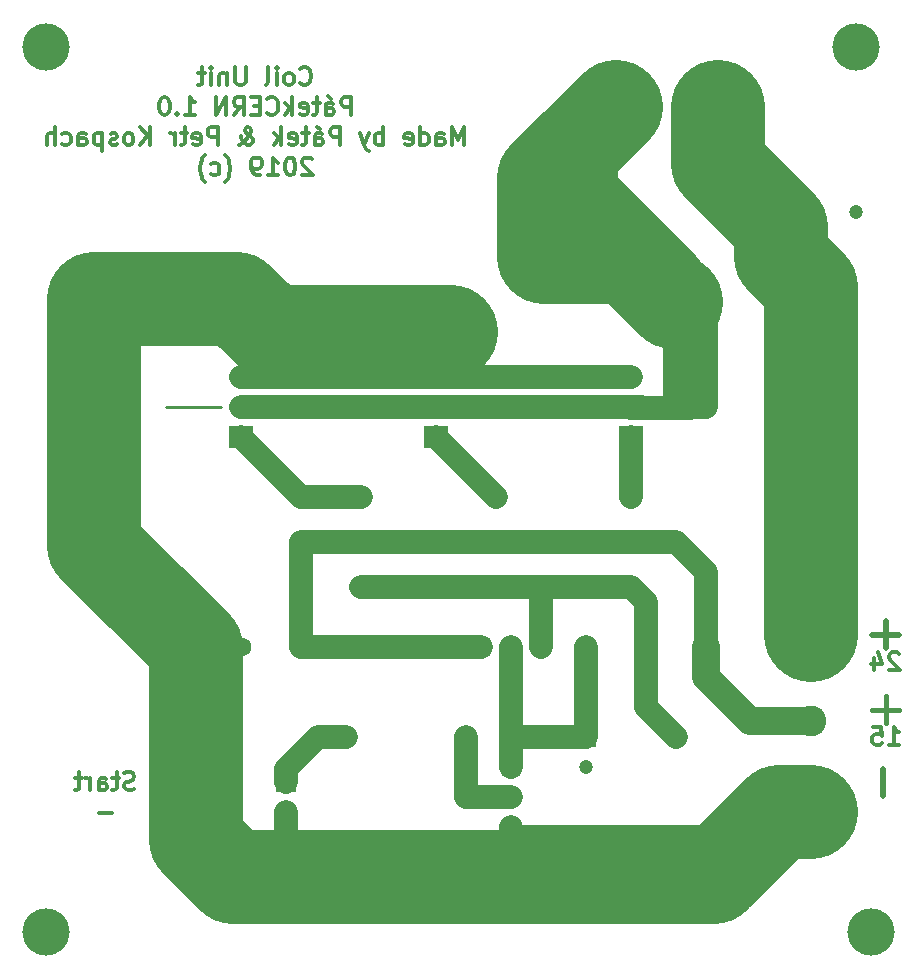
<source format=gbr>
G04 #@! TF.GenerationSoftware,KiCad,Pcbnew,(5.0.2)-1*
G04 #@! TF.CreationDate,2019-07-24T01:21:19+02:00*
G04 #@! TF.ProjectId,Cern2,4365726e-322e-46b6-9963-61645f706362,rev?*
G04 #@! TF.SameCoordinates,Original*
G04 #@! TF.FileFunction,Copper,L2,Bot*
G04 #@! TF.FilePolarity,Positive*
%FSLAX46Y46*%
G04 Gerber Fmt 4.6, Leading zero omitted, Abs format (unit mm)*
G04 Created by KiCad (PCBNEW (5.0.2)-1) date 24/07/2019 01:21:19*
%MOMM*%
%LPD*%
G01*
G04 APERTURE LIST*
G04 #@! TA.AperFunction,NonConductor*
%ADD10C,0.300000*%
G04 #@! TD*
G04 #@! TA.AperFunction,NonConductor*
%ADD11C,0.400000*%
G04 #@! TD*
G04 #@! TA.AperFunction,NonConductor*
%ADD12C,0.500000*%
G04 #@! TD*
G04 #@! TA.AperFunction,ComponentPad*
%ADD13R,1.500000X1.500000*%
G04 #@! TD*
G04 #@! TA.AperFunction,ComponentPad*
%ADD14C,1.500000*%
G04 #@! TD*
G04 #@! TA.AperFunction,ComponentPad*
%ADD15O,1.700000X1.700000*%
G04 #@! TD*
G04 #@! TA.AperFunction,ComponentPad*
%ADD16R,1.700000X1.700000*%
G04 #@! TD*
G04 #@! TA.AperFunction,ComponentPad*
%ADD17O,1.600000X1.600000*%
G04 #@! TD*
G04 #@! TA.AperFunction,ComponentPad*
%ADD18C,1.600000*%
G04 #@! TD*
G04 #@! TA.AperFunction,ComponentPad*
%ADD19O,2.000000X1.905000*%
G04 #@! TD*
G04 #@! TA.AperFunction,ComponentPad*
%ADD20R,2.000000X1.905000*%
G04 #@! TD*
G04 #@! TA.AperFunction,ComponentPad*
%ADD21C,2.600000*%
G04 #@! TD*
G04 #@! TA.AperFunction,ComponentPad*
%ADD22R,2.600000X2.600000*%
G04 #@! TD*
G04 #@! TA.AperFunction,ComponentPad*
%ADD23O,3.200000X3.200000*%
G04 #@! TD*
G04 #@! TA.AperFunction,ComponentPad*
%ADD24R,3.200000X3.200000*%
G04 #@! TD*
G04 #@! TA.AperFunction,ComponentPad*
%ADD25O,1.800000X1.800000*%
G04 #@! TD*
G04 #@! TA.AperFunction,ComponentPad*
%ADD26R,1.800000X1.800000*%
G04 #@! TD*
G04 #@! TA.AperFunction,ViaPad*
%ADD27C,4.000000*%
G04 #@! TD*
G04 #@! TA.AperFunction,ViaPad*
%ADD28C,1.200000*%
G04 #@! TD*
G04 #@! TA.AperFunction,ViaPad*
%ADD29C,0.800000*%
G04 #@! TD*
G04 #@! TA.AperFunction,Conductor*
%ADD30C,0.250000*%
G04 #@! TD*
G04 #@! TA.AperFunction,Conductor*
%ADD31C,8.000000*%
G04 #@! TD*
G04 #@! TA.AperFunction,Conductor*
%ADD32C,2.000000*%
G04 #@! TD*
G04 #@! TA.AperFunction,Conductor*
%ADD33C,2.400000*%
G04 #@! TD*
G04 APERTURE END LIST*
D10*
X60848571Y-84427142D02*
X60634285Y-84498571D01*
X60277142Y-84498571D01*
X60134285Y-84427142D01*
X60062857Y-84355714D01*
X59991428Y-84212857D01*
X59991428Y-84070000D01*
X60062857Y-83927142D01*
X60134285Y-83855714D01*
X60277142Y-83784285D01*
X60562857Y-83712857D01*
X60705714Y-83641428D01*
X60777142Y-83570000D01*
X60848571Y-83427142D01*
X60848571Y-83284285D01*
X60777142Y-83141428D01*
X60705714Y-83070000D01*
X60562857Y-82998571D01*
X60205714Y-82998571D01*
X59991428Y-83070000D01*
X59562857Y-83498571D02*
X58991428Y-83498571D01*
X59348571Y-82998571D02*
X59348571Y-84284285D01*
X59277142Y-84427142D01*
X59134285Y-84498571D01*
X58991428Y-84498571D01*
X57848571Y-84498571D02*
X57848571Y-83712857D01*
X57920000Y-83570000D01*
X58062857Y-83498571D01*
X58348571Y-83498571D01*
X58491428Y-83570000D01*
X57848571Y-84427142D02*
X57991428Y-84498571D01*
X58348571Y-84498571D01*
X58491428Y-84427142D01*
X58562857Y-84284285D01*
X58562857Y-84141428D01*
X58491428Y-83998571D01*
X58348571Y-83927142D01*
X57991428Y-83927142D01*
X57848571Y-83855714D01*
X57134285Y-84498571D02*
X57134285Y-83498571D01*
X57134285Y-83784285D02*
X57062857Y-83641428D01*
X56991428Y-83570000D01*
X56848571Y-83498571D01*
X56705714Y-83498571D01*
X56420000Y-83498571D02*
X55848571Y-83498571D01*
X56205714Y-82998571D02*
X56205714Y-84284285D01*
X56134285Y-84427142D01*
X55991428Y-84498571D01*
X55848571Y-84498571D01*
X58991428Y-86467142D02*
X57848571Y-86467142D01*
X124745714Y-80688571D02*
X125602857Y-80688571D01*
X125174285Y-80688571D02*
X125174285Y-79188571D01*
X125317142Y-79402857D01*
X125460000Y-79545714D01*
X125602857Y-79617142D01*
X123388571Y-79188571D02*
X124102857Y-79188571D01*
X124174285Y-79902857D01*
X124102857Y-79831428D01*
X123960000Y-79760000D01*
X123602857Y-79760000D01*
X123460000Y-79831428D01*
X123388571Y-79902857D01*
X123317142Y-80045714D01*
X123317142Y-80402857D01*
X123388571Y-80545714D01*
X123460000Y-80617142D01*
X123602857Y-80688571D01*
X123960000Y-80688571D01*
X124102857Y-80617142D01*
X124174285Y-80545714D01*
D11*
X125602857Y-77684285D02*
X123317142Y-77684285D01*
X124460000Y-78827142D02*
X124460000Y-76541428D01*
D10*
X125602857Y-72981428D02*
X125531428Y-72910000D01*
X125388571Y-72838571D01*
X125031428Y-72838571D01*
X124888571Y-72910000D01*
X124817142Y-72981428D01*
X124745714Y-73124285D01*
X124745714Y-73267142D01*
X124817142Y-73481428D01*
X125674285Y-74338571D01*
X124745714Y-74338571D01*
X123460000Y-73338571D02*
X123460000Y-74338571D01*
X123817142Y-72767142D02*
X124174285Y-73838571D01*
X123245714Y-73838571D01*
D12*
X124245714Y-84962857D02*
X124245714Y-82677142D01*
X125602857Y-71334285D02*
X123317142Y-71334285D01*
X124460000Y-72477142D02*
X124460000Y-70191428D01*
D10*
X74905714Y-24650714D02*
X74977142Y-24722142D01*
X75191428Y-24793571D01*
X75334285Y-24793571D01*
X75548571Y-24722142D01*
X75691428Y-24579285D01*
X75762857Y-24436428D01*
X75834285Y-24150714D01*
X75834285Y-23936428D01*
X75762857Y-23650714D01*
X75691428Y-23507857D01*
X75548571Y-23365000D01*
X75334285Y-23293571D01*
X75191428Y-23293571D01*
X74977142Y-23365000D01*
X74905714Y-23436428D01*
X74048571Y-24793571D02*
X74191428Y-24722142D01*
X74262857Y-24650714D01*
X74334285Y-24507857D01*
X74334285Y-24079285D01*
X74262857Y-23936428D01*
X74191428Y-23865000D01*
X74048571Y-23793571D01*
X73834285Y-23793571D01*
X73691428Y-23865000D01*
X73620000Y-23936428D01*
X73548571Y-24079285D01*
X73548571Y-24507857D01*
X73620000Y-24650714D01*
X73691428Y-24722142D01*
X73834285Y-24793571D01*
X74048571Y-24793571D01*
X72905714Y-24793571D02*
X72905714Y-23793571D01*
X72905714Y-23293571D02*
X72977142Y-23365000D01*
X72905714Y-23436428D01*
X72834285Y-23365000D01*
X72905714Y-23293571D01*
X72905714Y-23436428D01*
X71977142Y-24793571D02*
X72120000Y-24722142D01*
X72191428Y-24579285D01*
X72191428Y-23293571D01*
X70262857Y-23293571D02*
X70262857Y-24507857D01*
X70191428Y-24650714D01*
X70120000Y-24722142D01*
X69977142Y-24793571D01*
X69691428Y-24793571D01*
X69548571Y-24722142D01*
X69477142Y-24650714D01*
X69405714Y-24507857D01*
X69405714Y-23293571D01*
X68691428Y-23793571D02*
X68691428Y-24793571D01*
X68691428Y-23936428D02*
X68620000Y-23865000D01*
X68477142Y-23793571D01*
X68262857Y-23793571D01*
X68120000Y-23865000D01*
X68048571Y-24007857D01*
X68048571Y-24793571D01*
X67334285Y-24793571D02*
X67334285Y-23793571D01*
X67334285Y-23293571D02*
X67405714Y-23365000D01*
X67334285Y-23436428D01*
X67262857Y-23365000D01*
X67334285Y-23293571D01*
X67334285Y-23436428D01*
X66834285Y-23793571D02*
X66262857Y-23793571D01*
X66620000Y-23293571D02*
X66620000Y-24579285D01*
X66548571Y-24722142D01*
X66405714Y-24793571D01*
X66262857Y-24793571D01*
X79191428Y-27343571D02*
X79191428Y-25843571D01*
X78620000Y-25843571D01*
X78477142Y-25915000D01*
X78405714Y-25986428D01*
X78334285Y-26129285D01*
X78334285Y-26343571D01*
X78405714Y-26486428D01*
X78477142Y-26557857D01*
X78620000Y-26629285D01*
X79191428Y-26629285D01*
X77048571Y-27343571D02*
X77048571Y-26557857D01*
X77120000Y-26415000D01*
X77262857Y-26343571D01*
X77548571Y-26343571D01*
X77691428Y-26415000D01*
X77048571Y-27272142D02*
X77191428Y-27343571D01*
X77548571Y-27343571D01*
X77691428Y-27272142D01*
X77762857Y-27129285D01*
X77762857Y-26986428D01*
X77691428Y-26843571D01*
X77548571Y-26772142D01*
X77191428Y-26772142D01*
X77048571Y-26700714D01*
X77262857Y-25772142D02*
X77477142Y-25986428D01*
X76548571Y-26343571D02*
X75977142Y-26343571D01*
X76334285Y-25843571D02*
X76334285Y-27129285D01*
X76262857Y-27272142D01*
X76120000Y-27343571D01*
X75977142Y-27343571D01*
X74905714Y-27272142D02*
X75048571Y-27343571D01*
X75334285Y-27343571D01*
X75477142Y-27272142D01*
X75548571Y-27129285D01*
X75548571Y-26557857D01*
X75477142Y-26415000D01*
X75334285Y-26343571D01*
X75048571Y-26343571D01*
X74905714Y-26415000D01*
X74834285Y-26557857D01*
X74834285Y-26700714D01*
X75548571Y-26843571D01*
X74191428Y-27343571D02*
X74191428Y-25843571D01*
X74048571Y-26772142D02*
X73620000Y-27343571D01*
X73620000Y-26343571D02*
X74191428Y-26915000D01*
X72120000Y-27200714D02*
X72191428Y-27272142D01*
X72405714Y-27343571D01*
X72548571Y-27343571D01*
X72762857Y-27272142D01*
X72905714Y-27129285D01*
X72977142Y-26986428D01*
X73048571Y-26700714D01*
X73048571Y-26486428D01*
X72977142Y-26200714D01*
X72905714Y-26057857D01*
X72762857Y-25915000D01*
X72548571Y-25843571D01*
X72405714Y-25843571D01*
X72191428Y-25915000D01*
X72120000Y-25986428D01*
X71477142Y-26557857D02*
X70977142Y-26557857D01*
X70762857Y-27343571D02*
X71477142Y-27343571D01*
X71477142Y-25843571D01*
X70762857Y-25843571D01*
X69262857Y-27343571D02*
X69762857Y-26629285D01*
X70120000Y-27343571D02*
X70120000Y-25843571D01*
X69548571Y-25843571D01*
X69405714Y-25915000D01*
X69334285Y-25986428D01*
X69262857Y-26129285D01*
X69262857Y-26343571D01*
X69334285Y-26486428D01*
X69405714Y-26557857D01*
X69548571Y-26629285D01*
X70120000Y-26629285D01*
X68620000Y-27343571D02*
X68620000Y-25843571D01*
X67762857Y-27343571D01*
X67762857Y-25843571D01*
X65120000Y-27343571D02*
X65977142Y-27343571D01*
X65548571Y-27343571D02*
X65548571Y-25843571D01*
X65691428Y-26057857D01*
X65834285Y-26200714D01*
X65977142Y-26272142D01*
X64477142Y-27200714D02*
X64405714Y-27272142D01*
X64477142Y-27343571D01*
X64548571Y-27272142D01*
X64477142Y-27200714D01*
X64477142Y-27343571D01*
X63477142Y-25843571D02*
X63334285Y-25843571D01*
X63191428Y-25915000D01*
X63120000Y-25986428D01*
X63048571Y-26129285D01*
X62977142Y-26415000D01*
X62977142Y-26772142D01*
X63048571Y-27057857D01*
X63120000Y-27200714D01*
X63191428Y-27272142D01*
X63334285Y-27343571D01*
X63477142Y-27343571D01*
X63620000Y-27272142D01*
X63691428Y-27200714D01*
X63762857Y-27057857D01*
X63834285Y-26772142D01*
X63834285Y-26415000D01*
X63762857Y-26129285D01*
X63691428Y-25986428D01*
X63620000Y-25915000D01*
X63477142Y-25843571D01*
X88762857Y-29893571D02*
X88762857Y-28393571D01*
X88262857Y-29465000D01*
X87762857Y-28393571D01*
X87762857Y-29893571D01*
X86405714Y-29893571D02*
X86405714Y-29107857D01*
X86477142Y-28965000D01*
X86620000Y-28893571D01*
X86905714Y-28893571D01*
X87048571Y-28965000D01*
X86405714Y-29822142D02*
X86548571Y-29893571D01*
X86905714Y-29893571D01*
X87048571Y-29822142D01*
X87120000Y-29679285D01*
X87120000Y-29536428D01*
X87048571Y-29393571D01*
X86905714Y-29322142D01*
X86548571Y-29322142D01*
X86405714Y-29250714D01*
X85048571Y-29893571D02*
X85048571Y-28393571D01*
X85048571Y-29822142D02*
X85191428Y-29893571D01*
X85477142Y-29893571D01*
X85620000Y-29822142D01*
X85691428Y-29750714D01*
X85762857Y-29607857D01*
X85762857Y-29179285D01*
X85691428Y-29036428D01*
X85620000Y-28965000D01*
X85477142Y-28893571D01*
X85191428Y-28893571D01*
X85048571Y-28965000D01*
X83762857Y-29822142D02*
X83905714Y-29893571D01*
X84191428Y-29893571D01*
X84334285Y-29822142D01*
X84405714Y-29679285D01*
X84405714Y-29107857D01*
X84334285Y-28965000D01*
X84191428Y-28893571D01*
X83905714Y-28893571D01*
X83762857Y-28965000D01*
X83691428Y-29107857D01*
X83691428Y-29250714D01*
X84405714Y-29393571D01*
X81905714Y-29893571D02*
X81905714Y-28393571D01*
X81905714Y-28965000D02*
X81762857Y-28893571D01*
X81477142Y-28893571D01*
X81334285Y-28965000D01*
X81262857Y-29036428D01*
X81191428Y-29179285D01*
X81191428Y-29607857D01*
X81262857Y-29750714D01*
X81334285Y-29822142D01*
X81477142Y-29893571D01*
X81762857Y-29893571D01*
X81905714Y-29822142D01*
X80691428Y-28893571D02*
X80334285Y-29893571D01*
X79977142Y-28893571D02*
X80334285Y-29893571D01*
X80477142Y-30250714D01*
X80548571Y-30322142D01*
X80691428Y-30393571D01*
X78262857Y-29893571D02*
X78262857Y-28393571D01*
X77691428Y-28393571D01*
X77548571Y-28465000D01*
X77477142Y-28536428D01*
X77405714Y-28679285D01*
X77405714Y-28893571D01*
X77477142Y-29036428D01*
X77548571Y-29107857D01*
X77691428Y-29179285D01*
X78262857Y-29179285D01*
X76120000Y-29893571D02*
X76120000Y-29107857D01*
X76191428Y-28965000D01*
X76334285Y-28893571D01*
X76620000Y-28893571D01*
X76762857Y-28965000D01*
X76120000Y-29822142D02*
X76262857Y-29893571D01*
X76620000Y-29893571D01*
X76762857Y-29822142D01*
X76834285Y-29679285D01*
X76834285Y-29536428D01*
X76762857Y-29393571D01*
X76620000Y-29322142D01*
X76262857Y-29322142D01*
X76120000Y-29250714D01*
X76334285Y-28322142D02*
X76548571Y-28536428D01*
X75620000Y-28893571D02*
X75048571Y-28893571D01*
X75405714Y-28393571D02*
X75405714Y-29679285D01*
X75334285Y-29822142D01*
X75191428Y-29893571D01*
X75048571Y-29893571D01*
X73977142Y-29822142D02*
X74120000Y-29893571D01*
X74405714Y-29893571D01*
X74548571Y-29822142D01*
X74620000Y-29679285D01*
X74620000Y-29107857D01*
X74548571Y-28965000D01*
X74405714Y-28893571D01*
X74120000Y-28893571D01*
X73977142Y-28965000D01*
X73905714Y-29107857D01*
X73905714Y-29250714D01*
X74620000Y-29393571D01*
X73262857Y-29893571D02*
X73262857Y-28393571D01*
X73120000Y-29322142D02*
X72691428Y-29893571D01*
X72691428Y-28893571D02*
X73262857Y-29465000D01*
X69691428Y-29893571D02*
X69762857Y-29893571D01*
X69905714Y-29822142D01*
X70120000Y-29607857D01*
X70477142Y-29179285D01*
X70620000Y-28965000D01*
X70691428Y-28750714D01*
X70691428Y-28607857D01*
X70620000Y-28465000D01*
X70477142Y-28393571D01*
X70405714Y-28393571D01*
X70262857Y-28465000D01*
X70191428Y-28607857D01*
X70191428Y-28679285D01*
X70262857Y-28822142D01*
X70334285Y-28893571D01*
X70762857Y-29179285D01*
X70834285Y-29250714D01*
X70905714Y-29393571D01*
X70905714Y-29607857D01*
X70834285Y-29750714D01*
X70762857Y-29822142D01*
X70620000Y-29893571D01*
X70405714Y-29893571D01*
X70262857Y-29822142D01*
X70191428Y-29750714D01*
X69977142Y-29465000D01*
X69905714Y-29250714D01*
X69905714Y-29107857D01*
X67905714Y-29893571D02*
X67905714Y-28393571D01*
X67334285Y-28393571D01*
X67191428Y-28465000D01*
X67120000Y-28536428D01*
X67048571Y-28679285D01*
X67048571Y-28893571D01*
X67120000Y-29036428D01*
X67191428Y-29107857D01*
X67334285Y-29179285D01*
X67905714Y-29179285D01*
X65834285Y-29822142D02*
X65977142Y-29893571D01*
X66262857Y-29893571D01*
X66405714Y-29822142D01*
X66477142Y-29679285D01*
X66477142Y-29107857D01*
X66405714Y-28965000D01*
X66262857Y-28893571D01*
X65977142Y-28893571D01*
X65834285Y-28965000D01*
X65762857Y-29107857D01*
X65762857Y-29250714D01*
X66477142Y-29393571D01*
X65334285Y-28893571D02*
X64762857Y-28893571D01*
X65120000Y-28393571D02*
X65120000Y-29679285D01*
X65048571Y-29822142D01*
X64905714Y-29893571D01*
X64762857Y-29893571D01*
X64262857Y-29893571D02*
X64262857Y-28893571D01*
X64262857Y-29179285D02*
X64191428Y-29036428D01*
X64120000Y-28965000D01*
X63977142Y-28893571D01*
X63834285Y-28893571D01*
X62191428Y-29893571D02*
X62191428Y-28393571D01*
X61334285Y-29893571D02*
X61977142Y-29036428D01*
X61334285Y-28393571D02*
X62191428Y-29250714D01*
X60477142Y-29893571D02*
X60620000Y-29822142D01*
X60691428Y-29750714D01*
X60762857Y-29607857D01*
X60762857Y-29179285D01*
X60691428Y-29036428D01*
X60620000Y-28965000D01*
X60477142Y-28893571D01*
X60262857Y-28893571D01*
X60120000Y-28965000D01*
X60048571Y-29036428D01*
X59977142Y-29179285D01*
X59977142Y-29607857D01*
X60048571Y-29750714D01*
X60120000Y-29822142D01*
X60262857Y-29893571D01*
X60477142Y-29893571D01*
X59405714Y-29822142D02*
X59262857Y-29893571D01*
X58977142Y-29893571D01*
X58834285Y-29822142D01*
X58762857Y-29679285D01*
X58762857Y-29607857D01*
X58834285Y-29465000D01*
X58977142Y-29393571D01*
X59191428Y-29393571D01*
X59334285Y-29322142D01*
X59405714Y-29179285D01*
X59405714Y-29107857D01*
X59334285Y-28965000D01*
X59191428Y-28893571D01*
X58977142Y-28893571D01*
X58834285Y-28965000D01*
X58120000Y-28893571D02*
X58120000Y-30393571D01*
X58120000Y-28965000D02*
X57977142Y-28893571D01*
X57691428Y-28893571D01*
X57548571Y-28965000D01*
X57477142Y-29036428D01*
X57405714Y-29179285D01*
X57405714Y-29607857D01*
X57477142Y-29750714D01*
X57548571Y-29822142D01*
X57691428Y-29893571D01*
X57977142Y-29893571D01*
X58120000Y-29822142D01*
X56120000Y-29893571D02*
X56120000Y-29107857D01*
X56191428Y-28965000D01*
X56334285Y-28893571D01*
X56620000Y-28893571D01*
X56762857Y-28965000D01*
X56120000Y-29822142D02*
X56262857Y-29893571D01*
X56620000Y-29893571D01*
X56762857Y-29822142D01*
X56834285Y-29679285D01*
X56834285Y-29536428D01*
X56762857Y-29393571D01*
X56620000Y-29322142D01*
X56262857Y-29322142D01*
X56120000Y-29250714D01*
X54762857Y-29822142D02*
X54905714Y-29893571D01*
X55191428Y-29893571D01*
X55334285Y-29822142D01*
X55405714Y-29750714D01*
X55477142Y-29607857D01*
X55477142Y-29179285D01*
X55405714Y-29036428D01*
X55334285Y-28965000D01*
X55191428Y-28893571D01*
X54905714Y-28893571D01*
X54762857Y-28965000D01*
X54120000Y-29893571D02*
X54120000Y-28393571D01*
X53477142Y-29893571D02*
X53477142Y-29107857D01*
X53548571Y-28965000D01*
X53691428Y-28893571D01*
X53905714Y-28893571D01*
X54048571Y-28965000D01*
X54120000Y-29036428D01*
X75905714Y-31086428D02*
X75834285Y-31015000D01*
X75691428Y-30943571D01*
X75334285Y-30943571D01*
X75191428Y-31015000D01*
X75120000Y-31086428D01*
X75048571Y-31229285D01*
X75048571Y-31372142D01*
X75120000Y-31586428D01*
X75977142Y-32443571D01*
X75048571Y-32443571D01*
X74120000Y-30943571D02*
X73977142Y-30943571D01*
X73834285Y-31015000D01*
X73762857Y-31086428D01*
X73691428Y-31229285D01*
X73620000Y-31515000D01*
X73620000Y-31872142D01*
X73691428Y-32157857D01*
X73762857Y-32300714D01*
X73834285Y-32372142D01*
X73977142Y-32443571D01*
X74120000Y-32443571D01*
X74262857Y-32372142D01*
X74334285Y-32300714D01*
X74405714Y-32157857D01*
X74477142Y-31872142D01*
X74477142Y-31515000D01*
X74405714Y-31229285D01*
X74334285Y-31086428D01*
X74262857Y-31015000D01*
X74120000Y-30943571D01*
X72191428Y-32443571D02*
X73048571Y-32443571D01*
X72620000Y-32443571D02*
X72620000Y-30943571D01*
X72762857Y-31157857D01*
X72905714Y-31300714D01*
X73048571Y-31372142D01*
X71477142Y-32443571D02*
X71191428Y-32443571D01*
X71048571Y-32372142D01*
X70977142Y-32300714D01*
X70834285Y-32086428D01*
X70762857Y-31800714D01*
X70762857Y-31229285D01*
X70834285Y-31086428D01*
X70905714Y-31015000D01*
X71048571Y-30943571D01*
X71334285Y-30943571D01*
X71477142Y-31015000D01*
X71548571Y-31086428D01*
X71620000Y-31229285D01*
X71620000Y-31586428D01*
X71548571Y-31729285D01*
X71477142Y-31800714D01*
X71334285Y-31872142D01*
X71048571Y-31872142D01*
X70905714Y-31800714D01*
X70834285Y-31729285D01*
X70762857Y-31586428D01*
X68548571Y-33015000D02*
X68620000Y-32943571D01*
X68762857Y-32729285D01*
X68834285Y-32586428D01*
X68905714Y-32372142D01*
X68977142Y-32015000D01*
X68977142Y-31729285D01*
X68905714Y-31372142D01*
X68834285Y-31157857D01*
X68762857Y-31015000D01*
X68620000Y-30800714D01*
X68548571Y-30729285D01*
X67334285Y-32372142D02*
X67477142Y-32443571D01*
X67762857Y-32443571D01*
X67905714Y-32372142D01*
X67977142Y-32300714D01*
X68048571Y-32157857D01*
X68048571Y-31729285D01*
X67977142Y-31586428D01*
X67905714Y-31515000D01*
X67762857Y-31443571D01*
X67477142Y-31443571D01*
X67334285Y-31515000D01*
X66834285Y-33015000D02*
X66762857Y-32943571D01*
X66620000Y-32729285D01*
X66548571Y-32586428D01*
X66477142Y-32372142D01*
X66405714Y-32015000D01*
X66405714Y-31729285D01*
X66477142Y-31372142D01*
X66548571Y-31157857D01*
X66620000Y-31015000D01*
X66762857Y-30800714D01*
X66834285Y-30729285D01*
D13*
G04 #@! TO.P,Q2,1*
G04 #@! TO.N,Net-(C1-Pad1)*
X90170000Y-72390000D03*
D14*
G04 #@! TO.P,Q2,3*
G04 #@! TO.N,Net-(D1-Pad2)*
X95250000Y-72390000D03*
G04 #@! TO.P,Q2,2*
G04 #@! TO.N,Net-(D1-Pad1)*
X92710000Y-72390000D03*
G04 #@! TD*
D13*
G04 #@! TO.P,Q1,1*
G04 #@! TO.N,Net-(D1-Pad1)*
X92710000Y-82550000D03*
D14*
G04 #@! TO.P,Q1,3*
G04 #@! TO.N,Net-(C1-Pad2)*
X92710000Y-87630000D03*
G04 #@! TO.P,Q1,2*
G04 #@! TO.N,Net-(Q1-Pad2)*
X92710000Y-85090000D03*
G04 #@! TD*
D15*
G04 #@! TO.P,J1,2*
G04 #@! TO.N,Net-(C1-Pad2)*
X73660000Y-86360000D03*
D16*
G04 #@! TO.P,J1,1*
G04 #@! TO.N,Net-(J1-Pad1)*
X73660000Y-83820000D03*
G04 #@! TD*
D17*
G04 #@! TO.P,R6,2*
G04 #@! TO.N,Net-(D1-Pad2)*
X80010000Y-67310000D03*
D18*
G04 #@! TO.P,R6,1*
G04 #@! TO.N,Net-(Q5-Pad1)*
X80010000Y-59690000D03*
G04 #@! TD*
D17*
G04 #@! TO.P,R5,2*
G04 #@! TO.N,Net-(D1-Pad2)*
X102870000Y-67310000D03*
D18*
G04 #@! TO.P,R5,1*
G04 #@! TO.N,Net-(Q4-Pad1)*
X102870000Y-59690000D03*
G04 #@! TD*
D17*
G04 #@! TO.P,R3,2*
G04 #@! TO.N,Net-(D1-Pad2)*
X91440000Y-67310000D03*
D18*
G04 #@! TO.P,R3,1*
G04 #@! TO.N,Net-(Q3-Pad1)*
X91440000Y-59690000D03*
G04 #@! TD*
D17*
G04 #@! TO.P,R2,2*
G04 #@! TO.N,Net-(D1-Pad1)*
X99060000Y-72390000D03*
D18*
G04 #@! TO.P,R2,1*
G04 #@! TO.N,Net-(C1-Pad1)*
X109220000Y-72390000D03*
G04 #@! TD*
D17*
G04 #@! TO.P,R1,2*
G04 #@! TO.N,Net-(J1-Pad1)*
X78740000Y-80010000D03*
D18*
G04 #@! TO.P,R1,1*
G04 #@! TO.N,Net-(Q1-Pad2)*
X88900000Y-80010000D03*
G04 #@! TD*
D19*
G04 #@! TO.P,Q5,3*
G04 #@! TO.N,Net-(C1-Pad2)*
X69850000Y-49530000D03*
G04 #@! TO.P,Q5,2*
G04 #@! TO.N,Net-(D2-Pad2)*
X69850000Y-52070000D03*
D20*
G04 #@! TO.P,Q5,1*
G04 #@! TO.N,Net-(Q5-Pad1)*
X69850000Y-54610000D03*
G04 #@! TD*
D19*
G04 #@! TO.P,Q4,3*
G04 #@! TO.N,Net-(C1-Pad2)*
X102870000Y-49530000D03*
G04 #@! TO.P,Q4,2*
G04 #@! TO.N,Net-(D2-Pad2)*
X102870000Y-52070000D03*
D20*
G04 #@! TO.P,Q4,1*
G04 #@! TO.N,Net-(Q4-Pad1)*
X102870000Y-54610000D03*
G04 #@! TD*
D19*
G04 #@! TO.P,Q3,3*
G04 #@! TO.N,Net-(C1-Pad2)*
X86360000Y-49530000D03*
G04 #@! TO.P,Q3,2*
G04 #@! TO.N,Net-(D2-Pad2)*
X86360000Y-52070000D03*
D20*
G04 #@! TO.P,Q3,1*
G04 #@! TO.N,Net-(Q3-Pad1)*
X86360000Y-54610000D03*
G04 #@! TD*
D21*
G04 #@! TO.P,L1,2*
G04 #@! TO.N,Net-(D2-Pad2)*
X102950000Y-26670000D03*
D22*
G04 #@! TO.P,L1,1*
G04 #@! TO.N,Net-(D2-Pad1)*
X107950000Y-26670000D03*
G04 #@! TD*
D21*
G04 #@! TO.P,J4,3*
G04 #@! TO.N,Net-(C1-Pad2)*
X118110000Y-83660000D03*
G04 #@! TO.P,J4,2*
G04 #@! TO.N,Net-(C1-Pad1)*
X118110000Y-78660000D03*
D22*
G04 #@! TO.P,J4,1*
G04 #@! TO.N,Net-(D2-Pad1)*
X118110000Y-73660000D03*
G04 #@! TD*
D23*
G04 #@! TO.P,D2,2*
G04 #@! TO.N,Net-(D2-Pad2)*
X95570000Y-39370000D03*
D24*
G04 #@! TO.P,D2,1*
G04 #@! TO.N,Net-(D2-Pad1)*
X115570000Y-39370000D03*
G04 #@! TD*
D25*
G04 #@! TO.P,D1,2*
G04 #@! TO.N,Net-(D1-Pad2)*
X106680000Y-80010000D03*
D26*
G04 #@! TO.P,D1,1*
G04 #@! TO.N,Net-(D1-Pad1)*
X99060000Y-80010000D03*
G04 #@! TD*
D18*
G04 #@! TO.P,C1,1*
G04 #@! TO.N,Net-(C1-Pad1)*
X74930000Y-72390000D03*
G04 #@! TO.P,C1,2*
G04 #@! TO.N,Net-(C1-Pad2)*
X69930000Y-72390000D03*
G04 #@! TD*
D27*
G04 #@! TO.N,*
X121920000Y-21590000D03*
X123190000Y-96520000D03*
X53340000Y-96520000D03*
D28*
X99060000Y-82550000D03*
D29*
X121920000Y-35560000D03*
D28*
X121920000Y-35560000D03*
D29*
X121920000Y-35560000D03*
D27*
X53340000Y-21590000D03*
G04 #@! TD*
D30*
G04 #@! TO.N,*
X66040000Y-52070000D02*
X68224990Y-52070000D01*
X64770000Y-52070000D02*
X68224990Y-52070000D01*
X68224990Y-52070000D02*
X63500000Y-52070000D01*
D31*
G04 #@! TO.N,Net-(C1-Pad2)*
X95950001Y-91840001D02*
X92710000Y-91840001D01*
X109929999Y-91840001D02*
X95950001Y-91840001D01*
D32*
X92710000Y-88900000D02*
X95650001Y-91840001D01*
D31*
X69179999Y-91840001D02*
X95650001Y-91840001D01*
D32*
X92710000Y-87630000D02*
X92710000Y-88900000D01*
D31*
X95650001Y-91840001D02*
X109929999Y-91840001D01*
D32*
X102850324Y-49530000D02*
X102860162Y-49520162D01*
X82550000Y-49530000D02*
X86360000Y-49530000D01*
X69850000Y-49530000D02*
X82550000Y-49530000D01*
X86360000Y-49530000D02*
X88900000Y-49530000D01*
X88900000Y-49530000D02*
X102850324Y-49530000D01*
X72790001Y-91840001D02*
X69179999Y-91840001D01*
X73660000Y-86360000D02*
X73660000Y-92710000D01*
X73660000Y-92710000D02*
X72790001Y-91840001D01*
D31*
X66040000Y-88700002D02*
X66040000Y-72390000D01*
X69179999Y-91840001D02*
X66040000Y-88700002D01*
X72390000Y-45720000D02*
X87630000Y-45720000D01*
X66040000Y-72390000D02*
X57444128Y-63794128D01*
X57444128Y-63794128D02*
X57444128Y-42885872D01*
X57444128Y-42885872D02*
X69555872Y-42885872D01*
X69555872Y-42885872D02*
X72390000Y-45720000D01*
X115410000Y-86360000D02*
X118110000Y-86360000D01*
X93980000Y-91440000D02*
X110330000Y-91440000D01*
X110330000Y-91440000D02*
X115410000Y-86360000D01*
G04 #@! TO.N,Net-(D2-Pad1)*
X118110000Y-41910000D02*
X118110000Y-71359999D01*
X115570000Y-39370000D02*
X118110000Y-41910000D01*
X110250001Y-31510001D02*
X110250001Y-26670000D01*
X115570000Y-39370000D02*
X115570000Y-36830000D01*
X115570000Y-36830000D02*
X110250001Y-31510001D01*
D33*
G04 #@! TO.N,Net-(C1-Pad1)*
X109220000Y-74930000D02*
X109220000Y-72390000D01*
X118110000Y-78660000D02*
X112950000Y-78660000D01*
X112950000Y-78660000D02*
X109220000Y-74930000D01*
D32*
X74930000Y-63500000D02*
X74930000Y-72390000D01*
X106680000Y-63500000D02*
X74930000Y-63500000D01*
X109220000Y-72390000D02*
X109220000Y-66040000D01*
X109220000Y-66040000D02*
X106680000Y-63500000D01*
X74930000Y-72390000D02*
X90170000Y-72390000D01*
G04 #@! TO.N,Net-(D1-Pad1)*
X99060000Y-72390000D02*
X99060000Y-80010000D01*
X92710000Y-82550000D02*
X92710000Y-76200000D01*
X92710000Y-80010000D02*
X99060000Y-80010000D01*
X92710000Y-72390000D02*
X92710000Y-80010000D01*
G04 #@! TO.N,Net-(Q1-Pad2)*
X88900000Y-80010000D02*
X88900000Y-85090000D01*
X88900000Y-85090000D02*
X92710000Y-85090000D01*
G04 #@! TO.N,Net-(D1-Pad2)*
X102870000Y-67310000D02*
X91440000Y-67310000D01*
X91440000Y-67310000D02*
X80010000Y-67310000D01*
X104140000Y-68580000D02*
X102870000Y-67310000D01*
X106680000Y-80010000D02*
X104140000Y-77470000D01*
X104140000Y-77470000D02*
X104140000Y-68580000D01*
X95250000Y-67310000D02*
X91440000Y-67310000D01*
X95250000Y-72390000D02*
X95250000Y-67310000D01*
G04 #@! TO.N,Net-(D2-Pad2)*
X97169999Y-40969999D02*
X97825871Y-40969999D01*
X95570000Y-39370000D02*
X97169999Y-40969999D01*
X103845872Y-52070000D02*
X102870000Y-52070000D01*
X95570000Y-39370000D02*
X97832741Y-39370000D01*
X86360000Y-52070000D02*
X102870000Y-52070000D01*
X69850000Y-52070000D02*
X86360000Y-52070000D01*
D31*
X95570000Y-39370000D02*
X102609508Y-39370000D01*
D32*
X102609508Y-39370000D02*
X106860171Y-43620663D01*
X102909990Y-52109990D02*
X106640010Y-52109990D01*
X102870000Y-52070000D02*
X102909990Y-52109990D01*
X106640010Y-47029990D02*
X109220000Y-44450000D01*
X109220000Y-44450000D02*
X109220000Y-41910000D01*
X106640010Y-52109990D02*
X106640010Y-47029990D01*
X106640010Y-52109990D02*
X107910010Y-52109990D01*
X107910010Y-52109990D02*
X107950000Y-52070000D01*
X107950000Y-52070000D02*
X107950000Y-46990000D01*
X109220000Y-52070000D02*
X107950000Y-52070000D01*
X109220000Y-44450000D02*
X109220000Y-52070000D01*
X106640010Y-43400502D02*
X105410000Y-42170492D01*
X106640010Y-47029990D02*
X106640010Y-43400502D01*
D31*
X95570000Y-32700000D02*
X101600000Y-26670000D01*
X95570000Y-39370000D02*
X95570000Y-32700000D01*
X106419508Y-43180000D02*
X106680000Y-43180000D01*
X102609508Y-39370000D02*
X106419508Y-43180000D01*
X97790000Y-34290000D02*
X105410000Y-41910000D01*
X97790000Y-31750000D02*
X97790000Y-34290000D01*
D32*
G04 #@! TO.N,Net-(Q3-Pad1)*
X86360000Y-54610000D02*
X91440000Y-59690000D01*
G04 #@! TO.N,Net-(Q4-Pad1)*
X102870000Y-59690000D02*
X102870000Y-54610000D01*
G04 #@! TO.N,Net-(Q5-Pad1)*
X74930000Y-59690000D02*
X69850000Y-54610000D01*
X80010000Y-59690000D02*
X74930000Y-59690000D01*
G04 #@! TO.N,Net-(J1-Pad1)*
X73660000Y-82720000D02*
X73660000Y-83820000D01*
X76370000Y-80010000D02*
X73660000Y-82720000D01*
X78740000Y-80010000D02*
X76370000Y-80010000D01*
G04 #@! TD*
M02*

</source>
